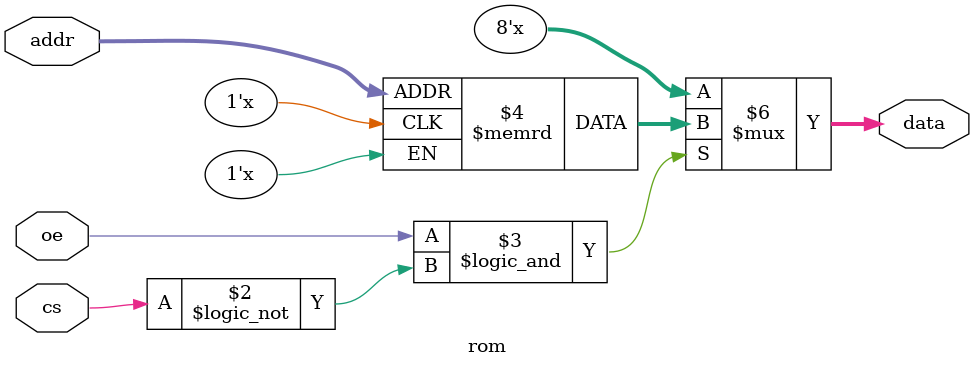
<source format=v>
`timescale 1ns/1ns
module rom(data, addr, cs, oe);
parameter addr_size=5, word_size=8, memory_size=32;
input[addr_size-1:0]addr;
output reg[word_size-1:0]data;
input cs, oe;
reg[word_size-1:0]memory[memory_size-1:0];
always @(*)
begin
if(oe && !cs)
data=memory[addr];
end
endmodule

</source>
